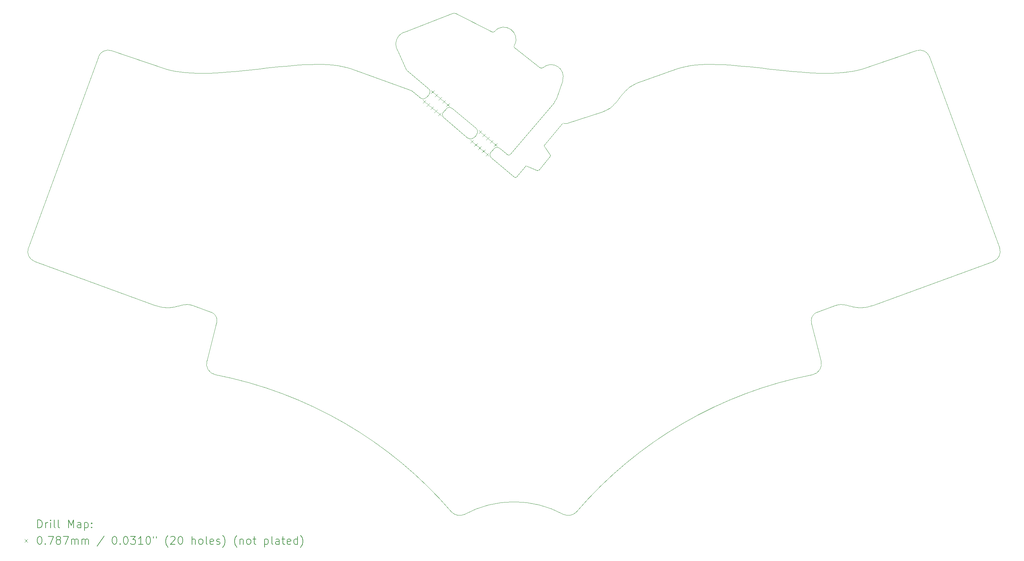
<source format=gbr>
%FSLAX45Y45*%
G04 Gerber Fmt 4.5, Leading zero omitted, Abs format (unit mm)*
G04 Created by KiCad (PCBNEW (6.0.0)) date 2023-05-15 23:44:01*
%MOMM*%
%LPD*%
G01*
G04 APERTURE LIST*
%TA.AperFunction,Profile*%
%ADD10C,0.050000*%
%TD*%
%ADD11C,0.050000*%
%ADD12C,0.200000*%
%ADD13C,0.078740*%
G04 APERTURE END LIST*
D10*
X22430000Y-13080000D02*
G75*
G03*
X22639521Y-12729954I-64214J276164D01*
G01*
X15488109Y-5264255D02*
G75*
G03*
X15564509Y-5263829I37930J48735D01*
G01*
X13649052Y-7050538D02*
G75*
G03*
X13803213Y-7043473I73516J81311D01*
G01*
X13034849Y-6385425D02*
X13104247Y-6307962D01*
X14833842Y-4696895D02*
G75*
G03*
X14332319Y-4341498I-266954J154848D01*
G01*
X13254920Y-6302639D02*
X13865545Y-6811850D01*
X13338300Y-3882915D02*
G75*
G03*
X13268300Y-3882915I-35000J-92728D01*
G01*
X13254920Y-6302639D02*
G75*
G03*
X13104247Y-6307962I-72699J-77319D01*
G01*
X14271336Y-4354264D02*
G75*
G03*
X14332319Y-4341498I22162J46169D01*
G01*
X6672000Y-11320000D02*
X7102000Y-11480000D01*
X16091184Y-6676487D02*
G75*
G03*
X16058488Y-6683332I-11803J-25132D01*
G01*
X12025749Y-4360364D02*
X13268300Y-3882915D01*
X7012478Y-12729954D02*
X7256531Y-11771876D01*
D11*
X10692000Y-5290000D02*
X10581498Y-5256794D01*
X10464395Y-5230015D01*
X10341110Y-5209234D01*
X10212063Y-5194023D01*
X10077671Y-5183954D01*
X9938355Y-5178599D01*
X9794534Y-5177527D01*
X9646625Y-5180313D01*
X9495048Y-5186525D01*
X9340223Y-5195737D01*
X9182567Y-5207520D01*
X9022500Y-5221445D01*
X8860441Y-5237084D01*
X8696809Y-5254009D01*
X8532022Y-5271790D01*
X8366500Y-5290000D01*
X8200662Y-5308210D01*
X8034926Y-5325991D01*
X7869711Y-5342916D01*
X7705437Y-5358555D01*
X7542523Y-5372480D01*
X7381387Y-5384263D01*
X7222448Y-5393475D01*
X7066125Y-5399688D01*
X6912837Y-5402473D01*
X6763004Y-5401401D01*
X6617043Y-5396046D01*
X6475375Y-5385977D01*
X6338417Y-5370766D01*
X6206590Y-5349985D01*
X6080311Y-5323206D01*
X5960000Y-5290000D01*
X22550000Y-11480000D02*
X22539778Y-11483897D01*
X22529747Y-11488091D01*
X22519924Y-11492586D01*
X22510323Y-11497386D01*
X22500961Y-11502495D01*
X22491852Y-11507918D01*
X22483014Y-11513657D01*
X22474460Y-11519717D01*
X22466208Y-11526102D01*
X22458272Y-11532816D01*
X22450669Y-11539863D01*
X22443413Y-11547247D01*
X22436521Y-11554972D01*
X22430009Y-11563043D01*
X22423891Y-11571462D01*
X22418184Y-11580234D01*
X22412902Y-11589364D01*
X22408063Y-11598854D01*
X22403681Y-11608710D01*
X22399773Y-11618934D01*
X22396353Y-11629532D01*
X22393437Y-11640507D01*
X22391042Y-11651863D01*
X22389182Y-11663604D01*
X22387874Y-11675734D01*
X22387133Y-11688257D01*
X22386974Y-11701177D01*
X22387414Y-11714499D01*
X22388467Y-11728225D01*
X22390151Y-11742361D01*
X22392479Y-11756910D01*
X22395469Y-11771876D01*
D10*
X12025749Y-4360364D02*
G75*
G03*
X11858300Y-4812915I122408J-302547D01*
G01*
X22430000Y-13080000D02*
G75*
G03*
X16420000Y-16570000I2007942J-10377602D01*
G01*
X16063197Y-5589563D02*
X15905728Y-6058868D01*
X13872610Y-6966010D02*
G75*
G03*
X13865545Y-6811850I-81311J73516D01*
G01*
X13232000Y-16570000D02*
G75*
G03*
X7222000Y-13080000I-8017942J-6887603D01*
G01*
X12077990Y-5297991D02*
X11858300Y-4812915D01*
D11*
X18960000Y-5290000D02*
X19070502Y-5256794D01*
X19187605Y-5230015D01*
X19310890Y-5209234D01*
X19439938Y-5194023D01*
X19574329Y-5183954D01*
X19713645Y-5178599D01*
X19857466Y-5177527D01*
X20005375Y-5180313D01*
X20156952Y-5186525D01*
X20311777Y-5195737D01*
X20469433Y-5207520D01*
X20629500Y-5221445D01*
X20791559Y-5237084D01*
X20955191Y-5254009D01*
X21119978Y-5271790D01*
X21285500Y-5290000D01*
X21451338Y-5308210D01*
X21617074Y-5325991D01*
X21782289Y-5342916D01*
X21946563Y-5358555D01*
X22109477Y-5372480D01*
X22270613Y-5384263D01*
X22429552Y-5393475D01*
X22585875Y-5399688D01*
X22739162Y-5402473D01*
X22888996Y-5401401D01*
X23034956Y-5396046D01*
X23176625Y-5385977D01*
X23313582Y-5370766D01*
X23445410Y-5349985D01*
X23571689Y-5323206D01*
X23692000Y-5290000D01*
D10*
X14314247Y-7327962D02*
X14244849Y-7405425D01*
X16090000Y-16640000D02*
G75*
G03*
X16420000Y-16570000I116382J264198D01*
G01*
D11*
X16091184Y-6676487D02*
X16100507Y-6679509D01*
X16109831Y-6681729D01*
X16119074Y-6683231D01*
X16128152Y-6684097D01*
X16136982Y-6684412D01*
X16145480Y-6684260D01*
X16153563Y-6683725D01*
X16161149Y-6682890D01*
X16168154Y-6681839D01*
X16174495Y-6680656D01*
X16180089Y-6679425D01*
X16186896Y-6677672D01*
X16192581Y-6675949D01*
X16193936Y-6675485D01*
D10*
X14833842Y-4696895D02*
G75*
G03*
X14846918Y-4762280I43076J-25386D01*
G01*
X13338300Y-3882915D02*
X14271336Y-4354264D01*
D11*
X22980000Y-11320000D02*
X23012130Y-11309952D01*
X23042979Y-11302198D01*
X23072671Y-11296568D01*
X23101332Y-11292895D01*
X23129086Y-11291011D01*
X23156058Y-11290749D01*
X23182374Y-11291938D01*
X23208157Y-11294413D01*
X23233533Y-11298005D01*
X23258627Y-11302546D01*
X23283564Y-11307867D01*
X23308468Y-11313801D01*
X23333464Y-11320181D01*
X23358678Y-11326837D01*
X23384234Y-11333602D01*
X23410257Y-11340307D01*
X23436872Y-11346786D01*
X23464204Y-11352869D01*
X23492377Y-11358389D01*
X23521518Y-11363178D01*
X23551749Y-11367068D01*
X23583197Y-11369891D01*
X23615987Y-11371478D01*
X23650242Y-11371662D01*
X23686089Y-11370275D01*
X23723652Y-11367149D01*
X23763055Y-11362115D01*
X23804424Y-11355007D01*
X23847884Y-11345655D01*
X23893559Y-11333891D01*
X23941575Y-11319549D01*
X23992056Y-11302459D01*
D10*
X23692000Y-5290000D02*
X25062629Y-4831323D01*
X17060000Y-6390000D02*
X16193936Y-6675485D01*
X15851631Y-6148116D02*
G75*
G03*
X15905728Y-6058868I-200744J182700D01*
G01*
X12662610Y-5946010D02*
G75*
G03*
X12653644Y-5797515I-76696J69887D01*
G01*
X2471278Y-9857246D02*
G75*
G03*
X2627987Y-10193841I246664J-89937D01*
G01*
X16063197Y-5589563D02*
G75*
G03*
X15564509Y-5263829I-293336J95518D01*
G01*
X15748740Y-7523326D02*
G75*
G03*
X15750016Y-7494857I-18622J15098D01*
G01*
D11*
X7102000Y-11480000D02*
X7112222Y-11483897D01*
X7122252Y-11488091D01*
X7132076Y-11492586D01*
X7141677Y-11497386D01*
X7151039Y-11502495D01*
X7160147Y-11507918D01*
X7168986Y-11513657D01*
X7177539Y-11519717D01*
X7185792Y-11526102D01*
X7193728Y-11532816D01*
X7201331Y-11539863D01*
X7208587Y-11547247D01*
X7215478Y-11554972D01*
X7221991Y-11563043D01*
X7228109Y-11571462D01*
X7233816Y-11580234D01*
X7239097Y-11589364D01*
X7243937Y-11598854D01*
X7248319Y-11608710D01*
X7252227Y-11618934D01*
X7255647Y-11629532D01*
X7258563Y-11640507D01*
X7260958Y-11651863D01*
X7262818Y-11663604D01*
X7264126Y-11675734D01*
X7264867Y-11688257D01*
X7265026Y-11701177D01*
X7264586Y-11714499D01*
X7263532Y-11728225D01*
X7261849Y-11742361D01*
X7259521Y-11756910D01*
X7256531Y-11771876D01*
D10*
X12077990Y-5297991D02*
G75*
G03*
X12103733Y-5336464I98159J37831D01*
G01*
X12188292Y-5837250D02*
X10692000Y-5290000D01*
X25399224Y-4988032D02*
X27180723Y-9857246D01*
X22395469Y-11771876D02*
X22639521Y-12729954D01*
X14846918Y-4762280D02*
X15488109Y-5264255D01*
X16090000Y-16640000D02*
G75*
G03*
X13562000Y-16640000I-1264000J-2313266D01*
G01*
X12260157Y-5880836D02*
X12439052Y-6030538D01*
X15142837Y-7764736D02*
G75*
G03*
X15117284Y-7771516I-8387J-19934D01*
G01*
D11*
X6672000Y-11320000D02*
X6639870Y-11309952D01*
X6609021Y-11302198D01*
X6579329Y-11296568D01*
X6550668Y-11292895D01*
X6522914Y-11291011D01*
X6495941Y-11290749D01*
X6469626Y-11291938D01*
X6443843Y-11294413D01*
X6418467Y-11298005D01*
X6393373Y-11302546D01*
X6368436Y-11307867D01*
X6343532Y-11313801D01*
X6318536Y-11320181D01*
X6293322Y-11326837D01*
X6267766Y-11333602D01*
X6241743Y-11340307D01*
X6215128Y-11346786D01*
X6187796Y-11352869D01*
X6159622Y-11358389D01*
X6130482Y-11363178D01*
X6100251Y-11367068D01*
X6068802Y-11369891D01*
X6036013Y-11371478D01*
X6001757Y-11371662D01*
X5965911Y-11370275D01*
X5928348Y-11367149D01*
X5888945Y-11362115D01*
X5847575Y-11355007D01*
X5804116Y-11345655D01*
X5758440Y-11333891D01*
X5710425Y-11319549D01*
X5659944Y-11302459D01*
D10*
X5659944Y-11302459D02*
X2627987Y-10193841D01*
X7012478Y-12729954D02*
G75*
G03*
X7222000Y-13080000I273736J-73882D01*
G01*
X14468407Y-7320897D02*
G75*
G03*
X14314247Y-7327962I-73516J-81311D01*
G01*
X27024013Y-10193841D02*
G75*
G03*
X27180723Y-9857246I-89955J246658D01*
G01*
X15596552Y-7236388D02*
G75*
G03*
X15595539Y-7260429I14584J-12656D01*
G01*
X14842851Y-8057228D02*
G75*
G03*
X14882757Y-8052346I17514J22377D01*
G01*
X14244849Y-7405425D02*
G75*
G03*
X14251915Y-7559585I81311J-73516D01*
G01*
X13041915Y-6539585D02*
X13649052Y-7050538D01*
X15750016Y-7494857D02*
X15595539Y-7260429D01*
X25399224Y-4988032D02*
G75*
G03*
X25062629Y-4831323I-246658J-89955D01*
G01*
X4589371Y-4831323D02*
X5960000Y-5290000D01*
X18960000Y-5290000D02*
X17940000Y-5660000D01*
X13034849Y-6385425D02*
G75*
G03*
X13041915Y-6539585I81311J-73516D01*
G01*
X14251915Y-7559585D02*
X14842851Y-8057228D01*
X4589371Y-4831323D02*
G75*
G03*
X4252776Y-4988032I-89937J-246664D01*
G01*
D11*
X17940000Y-5660000D02*
X17898253Y-5680173D01*
X17859146Y-5701267D01*
X17822507Y-5723207D01*
X17788164Y-5745918D01*
X17755945Y-5769325D01*
X17725679Y-5793352D01*
X17697192Y-5817925D01*
X17670313Y-5842969D01*
X17644869Y-5868408D01*
X17620688Y-5894167D01*
X17597599Y-5920172D01*
X17575430Y-5946348D01*
X17554007Y-5972618D01*
X17533159Y-5998909D01*
X17512714Y-6025144D01*
X17492500Y-6051250D01*
X17472344Y-6077150D01*
X17452075Y-6102771D01*
X17431520Y-6128036D01*
X17410508Y-6152871D01*
X17388865Y-6177201D01*
X17366421Y-6200950D01*
X17343002Y-6224043D01*
X17318438Y-6246406D01*
X17292554Y-6267963D01*
X17265181Y-6288640D01*
X17236144Y-6308361D01*
X17205273Y-6327051D01*
X17172396Y-6344635D01*
X17137339Y-6361037D01*
X17099931Y-6376184D01*
X17060000Y-6390000D01*
D10*
X13232000Y-16570000D02*
G75*
G03*
X13562000Y-16640000I213618J194198D01*
G01*
X15117284Y-7771516D02*
X14882757Y-8052346D01*
X14658238Y-7480499D02*
G75*
G03*
X14733087Y-7472479I33486J40769D01*
G01*
X15420723Y-7881829D02*
G75*
G03*
X15453673Y-7873778I11405J24776D01*
G01*
X13872610Y-6966010D02*
X13803213Y-7043473D01*
X27024013Y-10193841D02*
X23992056Y-11302459D01*
X12653644Y-5797515D02*
X12103733Y-5336464D01*
X15748740Y-7523326D02*
X15453673Y-7873778D01*
X12593213Y-6023473D02*
X12662610Y-5946010D01*
X15851631Y-6148116D02*
X14733087Y-7472479D01*
X12439052Y-6030538D02*
G75*
G03*
X12593213Y-6023473I73516J81311D01*
G01*
D11*
X12260157Y-5880836D02*
X12253813Y-5875492D01*
X12248207Y-5870795D01*
X12243234Y-5866682D01*
X12238789Y-5863088D01*
X12234767Y-5859950D01*
X12229295Y-5855958D01*
X12224181Y-5852632D01*
X12219070Y-5849757D01*
X12213608Y-5847117D01*
X12207437Y-5844497D01*
X12202755Y-5842655D01*
X12197495Y-5840662D01*
X12191552Y-5838454D01*
X12188292Y-5837250D01*
D10*
X15420723Y-7881829D02*
X15142837Y-7764736D01*
X22550000Y-11480000D02*
X22980000Y-11320000D01*
X14468407Y-7320897D02*
X14658238Y-7480499D01*
X2471277Y-9857246D02*
X4252776Y-4988032D01*
X16058488Y-6683332D02*
X15596552Y-7236388D01*
D12*
D13*
X12510301Y-6085324D02*
X12589041Y-6164064D01*
X12589041Y-6085324D02*
X12510301Y-6164064D01*
X12607589Y-6166958D02*
X12686329Y-6245698D01*
X12686329Y-6166958D02*
X12607589Y-6245698D01*
X12704877Y-6248592D02*
X12783617Y-6327332D01*
X12783617Y-6248592D02*
X12704877Y-6327332D01*
X12717631Y-5844816D02*
X12796371Y-5923556D01*
X12796371Y-5844816D02*
X12717631Y-5923556D01*
X12802164Y-6330226D02*
X12880904Y-6408966D01*
X12880904Y-6330226D02*
X12802164Y-6408966D01*
X12814919Y-5926450D02*
X12893659Y-6005190D01*
X12893659Y-5926450D02*
X12814919Y-6005190D01*
X12899452Y-6411860D02*
X12978192Y-6490600D01*
X12978192Y-6411860D02*
X12899452Y-6490600D01*
X12912206Y-6008084D02*
X12990946Y-6086824D01*
X12990946Y-6008084D02*
X12912206Y-6086824D01*
X13009494Y-6089718D02*
X13088234Y-6168458D01*
X13088234Y-6089718D02*
X13009494Y-6168458D01*
X13106782Y-6171352D02*
X13185522Y-6250092D01*
X13185522Y-6171352D02*
X13106782Y-6250092D01*
X13720301Y-7105324D02*
X13799041Y-7184064D01*
X13799041Y-7105324D02*
X13720301Y-7184064D01*
X13817589Y-7186958D02*
X13896329Y-7265698D01*
X13896329Y-7186958D02*
X13817589Y-7265698D01*
X13914877Y-7268592D02*
X13993617Y-7347332D01*
X13993617Y-7268592D02*
X13914877Y-7347332D01*
X13929267Y-6860835D02*
X14008007Y-6939575D01*
X14008007Y-6860835D02*
X13929267Y-6939575D01*
X14012164Y-7350226D02*
X14090904Y-7428966D01*
X14090904Y-7350226D02*
X14012164Y-7428966D01*
X14026555Y-6942469D02*
X14105295Y-7021209D01*
X14105295Y-6942469D02*
X14026555Y-7021209D01*
X14109452Y-7431860D02*
X14188192Y-7510600D01*
X14188192Y-7431860D02*
X14109452Y-7510600D01*
X14123843Y-7024103D02*
X14202583Y-7102843D01*
X14202583Y-7024103D02*
X14123843Y-7102843D01*
X14221130Y-7105737D02*
X14299870Y-7184477D01*
X14299870Y-7105737D02*
X14221130Y-7184477D01*
X14318418Y-7187371D02*
X14397158Y-7266111D01*
X14397158Y-7187371D02*
X14318418Y-7266111D01*
D12*
X2710512Y-16977474D02*
X2710512Y-16777474D01*
X2758131Y-16777474D01*
X2786702Y-16786998D01*
X2805750Y-16806046D01*
X2815274Y-16825093D01*
X2824797Y-16863189D01*
X2824797Y-16891760D01*
X2815274Y-16929855D01*
X2805750Y-16948903D01*
X2786702Y-16967950D01*
X2758131Y-16977474D01*
X2710512Y-16977474D01*
X2910512Y-16977474D02*
X2910512Y-16844141D01*
X2910512Y-16882236D02*
X2920035Y-16863189D01*
X2929559Y-16853665D01*
X2948607Y-16844141D01*
X2967655Y-16844141D01*
X3034321Y-16977474D02*
X3034321Y-16844141D01*
X3034321Y-16777474D02*
X3024797Y-16786998D01*
X3034321Y-16796522D01*
X3043845Y-16786998D01*
X3034321Y-16777474D01*
X3034321Y-16796522D01*
X3158131Y-16977474D02*
X3139083Y-16967950D01*
X3129559Y-16948903D01*
X3129559Y-16777474D01*
X3262893Y-16977474D02*
X3243845Y-16967950D01*
X3234321Y-16948903D01*
X3234321Y-16777474D01*
X3491464Y-16977474D02*
X3491464Y-16777474D01*
X3558131Y-16920331D01*
X3624797Y-16777474D01*
X3624797Y-16977474D01*
X3805750Y-16977474D02*
X3805750Y-16872712D01*
X3796226Y-16853665D01*
X3777178Y-16844141D01*
X3739083Y-16844141D01*
X3720035Y-16853665D01*
X3805750Y-16967950D02*
X3786702Y-16977474D01*
X3739083Y-16977474D01*
X3720035Y-16967950D01*
X3710512Y-16948903D01*
X3710512Y-16929855D01*
X3720035Y-16910808D01*
X3739083Y-16901284D01*
X3786702Y-16901284D01*
X3805750Y-16891760D01*
X3900988Y-16844141D02*
X3900988Y-17044141D01*
X3900988Y-16853665D02*
X3920035Y-16844141D01*
X3958131Y-16844141D01*
X3977178Y-16853665D01*
X3986702Y-16863189D01*
X3996226Y-16882236D01*
X3996226Y-16939379D01*
X3986702Y-16958427D01*
X3977178Y-16967950D01*
X3958131Y-16977474D01*
X3920035Y-16977474D01*
X3900988Y-16967950D01*
X4081940Y-16958427D02*
X4091464Y-16967950D01*
X4081940Y-16977474D01*
X4072416Y-16967950D01*
X4081940Y-16958427D01*
X4081940Y-16977474D01*
X4081940Y-16853665D02*
X4091464Y-16863189D01*
X4081940Y-16872712D01*
X4072416Y-16863189D01*
X4081940Y-16853665D01*
X4081940Y-16872712D01*
D13*
X2374153Y-17267628D02*
X2452893Y-17346368D01*
X2452893Y-17267628D02*
X2374153Y-17346368D01*
D12*
X2748607Y-17197474D02*
X2767655Y-17197474D01*
X2786702Y-17206998D01*
X2796226Y-17216522D01*
X2805750Y-17235570D01*
X2815274Y-17273665D01*
X2815274Y-17321284D01*
X2805750Y-17359379D01*
X2796226Y-17378427D01*
X2786702Y-17387950D01*
X2767655Y-17397474D01*
X2748607Y-17397474D01*
X2729559Y-17387950D01*
X2720036Y-17378427D01*
X2710512Y-17359379D01*
X2700988Y-17321284D01*
X2700988Y-17273665D01*
X2710512Y-17235570D01*
X2720036Y-17216522D01*
X2729559Y-17206998D01*
X2748607Y-17197474D01*
X2900988Y-17378427D02*
X2910512Y-17387950D01*
X2900988Y-17397474D01*
X2891464Y-17387950D01*
X2900988Y-17378427D01*
X2900988Y-17397474D01*
X2977178Y-17197474D02*
X3110512Y-17197474D01*
X3024797Y-17397474D01*
X3215274Y-17283189D02*
X3196226Y-17273665D01*
X3186702Y-17264141D01*
X3177178Y-17245093D01*
X3177178Y-17235570D01*
X3186702Y-17216522D01*
X3196226Y-17206998D01*
X3215274Y-17197474D01*
X3253369Y-17197474D01*
X3272416Y-17206998D01*
X3281940Y-17216522D01*
X3291464Y-17235570D01*
X3291464Y-17245093D01*
X3281940Y-17264141D01*
X3272416Y-17273665D01*
X3253369Y-17283189D01*
X3215274Y-17283189D01*
X3196226Y-17292712D01*
X3186702Y-17302236D01*
X3177178Y-17321284D01*
X3177178Y-17359379D01*
X3186702Y-17378427D01*
X3196226Y-17387950D01*
X3215274Y-17397474D01*
X3253369Y-17397474D01*
X3272416Y-17387950D01*
X3281940Y-17378427D01*
X3291464Y-17359379D01*
X3291464Y-17321284D01*
X3281940Y-17302236D01*
X3272416Y-17292712D01*
X3253369Y-17283189D01*
X3358131Y-17197474D02*
X3491464Y-17197474D01*
X3405750Y-17397474D01*
X3567655Y-17397474D02*
X3567655Y-17264141D01*
X3567655Y-17283189D02*
X3577178Y-17273665D01*
X3596226Y-17264141D01*
X3624797Y-17264141D01*
X3643845Y-17273665D01*
X3653369Y-17292712D01*
X3653369Y-17397474D01*
X3653369Y-17292712D02*
X3662893Y-17273665D01*
X3681940Y-17264141D01*
X3710512Y-17264141D01*
X3729559Y-17273665D01*
X3739083Y-17292712D01*
X3739083Y-17397474D01*
X3834321Y-17397474D02*
X3834321Y-17264141D01*
X3834321Y-17283189D02*
X3843845Y-17273665D01*
X3862893Y-17264141D01*
X3891464Y-17264141D01*
X3910512Y-17273665D01*
X3920035Y-17292712D01*
X3920035Y-17397474D01*
X3920035Y-17292712D02*
X3929559Y-17273665D01*
X3948607Y-17264141D01*
X3977178Y-17264141D01*
X3996226Y-17273665D01*
X4005750Y-17292712D01*
X4005750Y-17397474D01*
X4396226Y-17187950D02*
X4224797Y-17445093D01*
X4653369Y-17197474D02*
X4672417Y-17197474D01*
X4691464Y-17206998D01*
X4700988Y-17216522D01*
X4710512Y-17235570D01*
X4720036Y-17273665D01*
X4720036Y-17321284D01*
X4710512Y-17359379D01*
X4700988Y-17378427D01*
X4691464Y-17387950D01*
X4672417Y-17397474D01*
X4653369Y-17397474D01*
X4634321Y-17387950D01*
X4624797Y-17378427D01*
X4615274Y-17359379D01*
X4605750Y-17321284D01*
X4605750Y-17273665D01*
X4615274Y-17235570D01*
X4624797Y-17216522D01*
X4634321Y-17206998D01*
X4653369Y-17197474D01*
X4805750Y-17378427D02*
X4815274Y-17387950D01*
X4805750Y-17397474D01*
X4796226Y-17387950D01*
X4805750Y-17378427D01*
X4805750Y-17397474D01*
X4939083Y-17197474D02*
X4958131Y-17197474D01*
X4977178Y-17206998D01*
X4986702Y-17216522D01*
X4996226Y-17235570D01*
X5005750Y-17273665D01*
X5005750Y-17321284D01*
X4996226Y-17359379D01*
X4986702Y-17378427D01*
X4977178Y-17387950D01*
X4958131Y-17397474D01*
X4939083Y-17397474D01*
X4920036Y-17387950D01*
X4910512Y-17378427D01*
X4900988Y-17359379D01*
X4891464Y-17321284D01*
X4891464Y-17273665D01*
X4900988Y-17235570D01*
X4910512Y-17216522D01*
X4920036Y-17206998D01*
X4939083Y-17197474D01*
X5072417Y-17197474D02*
X5196226Y-17197474D01*
X5129559Y-17273665D01*
X5158131Y-17273665D01*
X5177178Y-17283189D01*
X5186702Y-17292712D01*
X5196226Y-17311760D01*
X5196226Y-17359379D01*
X5186702Y-17378427D01*
X5177178Y-17387950D01*
X5158131Y-17397474D01*
X5100988Y-17397474D01*
X5081940Y-17387950D01*
X5072417Y-17378427D01*
X5386702Y-17397474D02*
X5272417Y-17397474D01*
X5329559Y-17397474D02*
X5329559Y-17197474D01*
X5310512Y-17226046D01*
X5291464Y-17245093D01*
X5272417Y-17254617D01*
X5510512Y-17197474D02*
X5529559Y-17197474D01*
X5548607Y-17206998D01*
X5558131Y-17216522D01*
X5567655Y-17235570D01*
X5577178Y-17273665D01*
X5577178Y-17321284D01*
X5567655Y-17359379D01*
X5558131Y-17378427D01*
X5548607Y-17387950D01*
X5529559Y-17397474D01*
X5510512Y-17397474D01*
X5491464Y-17387950D01*
X5481940Y-17378427D01*
X5472417Y-17359379D01*
X5462893Y-17321284D01*
X5462893Y-17273665D01*
X5472417Y-17235570D01*
X5481940Y-17216522D01*
X5491464Y-17206998D01*
X5510512Y-17197474D01*
X5653369Y-17197474D02*
X5653369Y-17235570D01*
X5729559Y-17197474D02*
X5729559Y-17235570D01*
X6024797Y-17473665D02*
X6015274Y-17464141D01*
X5996226Y-17435570D01*
X5986702Y-17416522D01*
X5977178Y-17387950D01*
X5967655Y-17340331D01*
X5967655Y-17302236D01*
X5977178Y-17254617D01*
X5986702Y-17226046D01*
X5996226Y-17206998D01*
X6015274Y-17178427D01*
X6024797Y-17168903D01*
X6091464Y-17216522D02*
X6100988Y-17206998D01*
X6120035Y-17197474D01*
X6167655Y-17197474D01*
X6186702Y-17206998D01*
X6196226Y-17216522D01*
X6205750Y-17235570D01*
X6205750Y-17254617D01*
X6196226Y-17283189D01*
X6081940Y-17397474D01*
X6205750Y-17397474D01*
X6329559Y-17197474D02*
X6348607Y-17197474D01*
X6367655Y-17206998D01*
X6377178Y-17216522D01*
X6386702Y-17235570D01*
X6396226Y-17273665D01*
X6396226Y-17321284D01*
X6386702Y-17359379D01*
X6377178Y-17378427D01*
X6367655Y-17387950D01*
X6348607Y-17397474D01*
X6329559Y-17397474D01*
X6310512Y-17387950D01*
X6300988Y-17378427D01*
X6291464Y-17359379D01*
X6281940Y-17321284D01*
X6281940Y-17273665D01*
X6291464Y-17235570D01*
X6300988Y-17216522D01*
X6310512Y-17206998D01*
X6329559Y-17197474D01*
X6634321Y-17397474D02*
X6634321Y-17197474D01*
X6720035Y-17397474D02*
X6720035Y-17292712D01*
X6710512Y-17273665D01*
X6691464Y-17264141D01*
X6662893Y-17264141D01*
X6643845Y-17273665D01*
X6634321Y-17283189D01*
X6843845Y-17397474D02*
X6824797Y-17387950D01*
X6815274Y-17378427D01*
X6805750Y-17359379D01*
X6805750Y-17302236D01*
X6815274Y-17283189D01*
X6824797Y-17273665D01*
X6843845Y-17264141D01*
X6872416Y-17264141D01*
X6891464Y-17273665D01*
X6900988Y-17283189D01*
X6910512Y-17302236D01*
X6910512Y-17359379D01*
X6900988Y-17378427D01*
X6891464Y-17387950D01*
X6872416Y-17397474D01*
X6843845Y-17397474D01*
X7024797Y-17397474D02*
X7005750Y-17387950D01*
X6996226Y-17368903D01*
X6996226Y-17197474D01*
X7177178Y-17387950D02*
X7158131Y-17397474D01*
X7120035Y-17397474D01*
X7100988Y-17387950D01*
X7091464Y-17368903D01*
X7091464Y-17292712D01*
X7100988Y-17273665D01*
X7120035Y-17264141D01*
X7158131Y-17264141D01*
X7177178Y-17273665D01*
X7186702Y-17292712D01*
X7186702Y-17311760D01*
X7091464Y-17330808D01*
X7262893Y-17387950D02*
X7281940Y-17397474D01*
X7320035Y-17397474D01*
X7339083Y-17387950D01*
X7348607Y-17368903D01*
X7348607Y-17359379D01*
X7339083Y-17340331D01*
X7320035Y-17330808D01*
X7291464Y-17330808D01*
X7272416Y-17321284D01*
X7262893Y-17302236D01*
X7262893Y-17292712D01*
X7272416Y-17273665D01*
X7291464Y-17264141D01*
X7320035Y-17264141D01*
X7339083Y-17273665D01*
X7415274Y-17473665D02*
X7424797Y-17464141D01*
X7443845Y-17435570D01*
X7453369Y-17416522D01*
X7462893Y-17387950D01*
X7472416Y-17340331D01*
X7472416Y-17302236D01*
X7462893Y-17254617D01*
X7453369Y-17226046D01*
X7443845Y-17206998D01*
X7424797Y-17178427D01*
X7415274Y-17168903D01*
X7777178Y-17473665D02*
X7767655Y-17464141D01*
X7748607Y-17435570D01*
X7739083Y-17416522D01*
X7729559Y-17387950D01*
X7720035Y-17340331D01*
X7720035Y-17302236D01*
X7729559Y-17254617D01*
X7739083Y-17226046D01*
X7748607Y-17206998D01*
X7767655Y-17178427D01*
X7777178Y-17168903D01*
X7853369Y-17264141D02*
X7853369Y-17397474D01*
X7853369Y-17283189D02*
X7862893Y-17273665D01*
X7881940Y-17264141D01*
X7910512Y-17264141D01*
X7929559Y-17273665D01*
X7939083Y-17292712D01*
X7939083Y-17397474D01*
X8062893Y-17397474D02*
X8043845Y-17387950D01*
X8034321Y-17378427D01*
X8024797Y-17359379D01*
X8024797Y-17302236D01*
X8034321Y-17283189D01*
X8043845Y-17273665D01*
X8062893Y-17264141D01*
X8091464Y-17264141D01*
X8110512Y-17273665D01*
X8120035Y-17283189D01*
X8129559Y-17302236D01*
X8129559Y-17359379D01*
X8120035Y-17378427D01*
X8110512Y-17387950D01*
X8091464Y-17397474D01*
X8062893Y-17397474D01*
X8186702Y-17264141D02*
X8262893Y-17264141D01*
X8215274Y-17197474D02*
X8215274Y-17368903D01*
X8224797Y-17387950D01*
X8243845Y-17397474D01*
X8262893Y-17397474D01*
X8481940Y-17264141D02*
X8481940Y-17464141D01*
X8481940Y-17273665D02*
X8500988Y-17264141D01*
X8539083Y-17264141D01*
X8558131Y-17273665D01*
X8567655Y-17283189D01*
X8577178Y-17302236D01*
X8577178Y-17359379D01*
X8567655Y-17378427D01*
X8558131Y-17387950D01*
X8539083Y-17397474D01*
X8500988Y-17397474D01*
X8481940Y-17387950D01*
X8691464Y-17397474D02*
X8672417Y-17387950D01*
X8662893Y-17368903D01*
X8662893Y-17197474D01*
X8853369Y-17397474D02*
X8853369Y-17292712D01*
X8843845Y-17273665D01*
X8824797Y-17264141D01*
X8786702Y-17264141D01*
X8767655Y-17273665D01*
X8853369Y-17387950D02*
X8834321Y-17397474D01*
X8786702Y-17397474D01*
X8767655Y-17387950D01*
X8758131Y-17368903D01*
X8758131Y-17349855D01*
X8767655Y-17330808D01*
X8786702Y-17321284D01*
X8834321Y-17321284D01*
X8853369Y-17311760D01*
X8920036Y-17264141D02*
X8996226Y-17264141D01*
X8948607Y-17197474D02*
X8948607Y-17368903D01*
X8958131Y-17387950D01*
X8977178Y-17397474D01*
X8996226Y-17397474D01*
X9139083Y-17387950D02*
X9120036Y-17397474D01*
X9081940Y-17397474D01*
X9062893Y-17387950D01*
X9053369Y-17368903D01*
X9053369Y-17292712D01*
X9062893Y-17273665D01*
X9081940Y-17264141D01*
X9120036Y-17264141D01*
X9139083Y-17273665D01*
X9148607Y-17292712D01*
X9148607Y-17311760D01*
X9053369Y-17330808D01*
X9320036Y-17397474D02*
X9320036Y-17197474D01*
X9320036Y-17387950D02*
X9300988Y-17397474D01*
X9262893Y-17397474D01*
X9243845Y-17387950D01*
X9234321Y-17378427D01*
X9224797Y-17359379D01*
X9224797Y-17302236D01*
X9234321Y-17283189D01*
X9243845Y-17273665D01*
X9262893Y-17264141D01*
X9300988Y-17264141D01*
X9320036Y-17273665D01*
X9396226Y-17473665D02*
X9405750Y-17464141D01*
X9424797Y-17435570D01*
X9434321Y-17416522D01*
X9443845Y-17387950D01*
X9453369Y-17340331D01*
X9453369Y-17302236D01*
X9443845Y-17254617D01*
X9434321Y-17226046D01*
X9424797Y-17206998D01*
X9405750Y-17178427D01*
X9396226Y-17168903D01*
M02*

</source>
